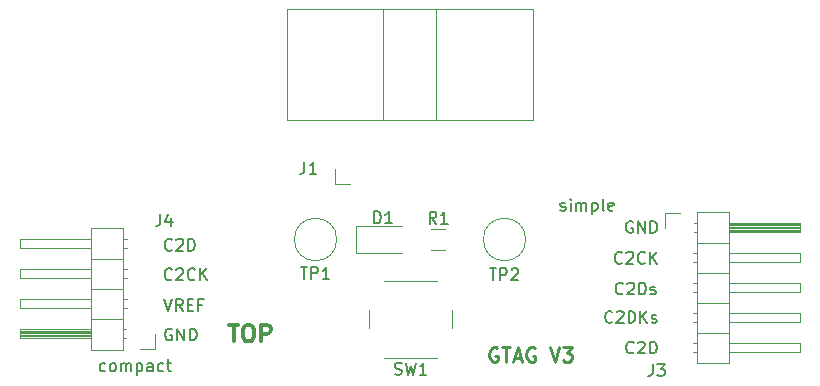
<source format=gbr>
G04 #@! TF.GenerationSoftware,KiCad,Pcbnew,(5.1.4)-1*
G04 #@! TF.CreationDate,2020-01-18T16:32:49+01:00*
G04 #@! TF.ProjectId,project_gtag,70726f6a-6563-4745-9f67-7461672e6b69,V3*
G04 #@! TF.SameCoordinates,PX7735940PY44aa200*
G04 #@! TF.FileFunction,Legend,Top*
G04 #@! TF.FilePolarity,Positive*
%FSLAX46Y46*%
G04 Gerber Fmt 4.6, Leading zero omitted, Abs format (unit mm)*
G04 Created by KiCad (PCBNEW (5.1.4)-1) date 2020-01-18 16:32:49*
%MOMM*%
%LPD*%
G04 APERTURE LIST*
%ADD10C,0.150000*%
%ADD11C,0.250000*%
%ADD12C,0.350000*%
%ADD13C,0.120000*%
G04 APERTURE END LIST*
D10*
X39738095Y-15504761D02*
X39833333Y-15552380D01*
X40023809Y-15552380D01*
X40119047Y-15504761D01*
X40166666Y-15409523D01*
X40166666Y-15361904D01*
X40119047Y-15266666D01*
X40023809Y-15219047D01*
X39880952Y-15219047D01*
X39785714Y-15171428D01*
X39738095Y-15076190D01*
X39738095Y-15028571D01*
X39785714Y-14933333D01*
X39880952Y-14885714D01*
X40023809Y-14885714D01*
X40119047Y-14933333D01*
X40595238Y-15552380D02*
X40595238Y-14885714D01*
X40595238Y-14552380D02*
X40547619Y-14600000D01*
X40595238Y-14647619D01*
X40642857Y-14600000D01*
X40595238Y-14552380D01*
X40595238Y-14647619D01*
X41071428Y-15552380D02*
X41071428Y-14885714D01*
X41071428Y-14980952D02*
X41119047Y-14933333D01*
X41214285Y-14885714D01*
X41357142Y-14885714D01*
X41452380Y-14933333D01*
X41500000Y-15028571D01*
X41500000Y-15552380D01*
X41500000Y-15028571D02*
X41547619Y-14933333D01*
X41642857Y-14885714D01*
X41785714Y-14885714D01*
X41880952Y-14933333D01*
X41928571Y-15028571D01*
X41928571Y-15552380D01*
X42404761Y-14885714D02*
X42404761Y-15885714D01*
X42404761Y-14933333D02*
X42500000Y-14885714D01*
X42690476Y-14885714D01*
X42785714Y-14933333D01*
X42833333Y-14980952D01*
X42880952Y-15076190D01*
X42880952Y-15361904D01*
X42833333Y-15457142D01*
X42785714Y-15504761D01*
X42690476Y-15552380D01*
X42500000Y-15552380D01*
X42404761Y-15504761D01*
X43452380Y-15552380D02*
X43357142Y-15504761D01*
X43309523Y-15409523D01*
X43309523Y-14552380D01*
X44214285Y-15504761D02*
X44119047Y-15552380D01*
X43928571Y-15552380D01*
X43833333Y-15504761D01*
X43785714Y-15409523D01*
X43785714Y-15028571D01*
X43833333Y-14933333D01*
X43928571Y-14885714D01*
X44119047Y-14885714D01*
X44214285Y-14933333D01*
X44261904Y-15028571D01*
X44261904Y-15123809D01*
X43785714Y-15219047D01*
X1200000Y-29104761D02*
X1104761Y-29152380D01*
X914285Y-29152380D01*
X819047Y-29104761D01*
X771428Y-29057142D01*
X723809Y-28961904D01*
X723809Y-28676190D01*
X771428Y-28580952D01*
X819047Y-28533333D01*
X914285Y-28485714D01*
X1104761Y-28485714D01*
X1200000Y-28533333D01*
X1771428Y-29152380D02*
X1676190Y-29104761D01*
X1628571Y-29057142D01*
X1580952Y-28961904D01*
X1580952Y-28676190D01*
X1628571Y-28580952D01*
X1676190Y-28533333D01*
X1771428Y-28485714D01*
X1914285Y-28485714D01*
X2009523Y-28533333D01*
X2057142Y-28580952D01*
X2104761Y-28676190D01*
X2104761Y-28961904D01*
X2057142Y-29057142D01*
X2009523Y-29104761D01*
X1914285Y-29152380D01*
X1771428Y-29152380D01*
X2533333Y-29152380D02*
X2533333Y-28485714D01*
X2533333Y-28580952D02*
X2580952Y-28533333D01*
X2676190Y-28485714D01*
X2819047Y-28485714D01*
X2914285Y-28533333D01*
X2961904Y-28628571D01*
X2961904Y-29152380D01*
X2961904Y-28628571D02*
X3009523Y-28533333D01*
X3104761Y-28485714D01*
X3247619Y-28485714D01*
X3342857Y-28533333D01*
X3390476Y-28628571D01*
X3390476Y-29152380D01*
X3866666Y-28485714D02*
X3866666Y-29485714D01*
X3866666Y-28533333D02*
X3961904Y-28485714D01*
X4152380Y-28485714D01*
X4247619Y-28533333D01*
X4295238Y-28580952D01*
X4342857Y-28676190D01*
X4342857Y-28961904D01*
X4295238Y-29057142D01*
X4247619Y-29104761D01*
X4152380Y-29152380D01*
X3961904Y-29152380D01*
X3866666Y-29104761D01*
X5200000Y-29152380D02*
X5200000Y-28628571D01*
X5152380Y-28533333D01*
X5057142Y-28485714D01*
X4866666Y-28485714D01*
X4771428Y-28533333D01*
X5200000Y-29104761D02*
X5104761Y-29152380D01*
X4866666Y-29152380D01*
X4771428Y-29104761D01*
X4723809Y-29009523D01*
X4723809Y-28914285D01*
X4771428Y-28819047D01*
X4866666Y-28771428D01*
X5104761Y-28771428D01*
X5200000Y-28723809D01*
X6104761Y-29104761D02*
X6009523Y-29152380D01*
X5819047Y-29152380D01*
X5723809Y-29104761D01*
X5676190Y-29057142D01*
X5628571Y-28961904D01*
X5628571Y-28676190D01*
X5676190Y-28580952D01*
X5723809Y-28533333D01*
X5819047Y-28485714D01*
X6009523Y-28485714D01*
X6104761Y-28533333D01*
X6390476Y-28485714D02*
X6771428Y-28485714D01*
X6533333Y-28152380D02*
X6533333Y-29009523D01*
X6580952Y-29104761D01*
X6676190Y-29152380D01*
X6771428Y-29152380D01*
X6833333Y-18857142D02*
X6785714Y-18904761D01*
X6642857Y-18952380D01*
X6547619Y-18952380D01*
X6404761Y-18904761D01*
X6309523Y-18809523D01*
X6261904Y-18714285D01*
X6214285Y-18523809D01*
X6214285Y-18380952D01*
X6261904Y-18190476D01*
X6309523Y-18095238D01*
X6404761Y-18000000D01*
X6547619Y-17952380D01*
X6642857Y-17952380D01*
X6785714Y-18000000D01*
X6833333Y-18047619D01*
X7214285Y-18047619D02*
X7261904Y-18000000D01*
X7357142Y-17952380D01*
X7595238Y-17952380D01*
X7690476Y-18000000D01*
X7738095Y-18047619D01*
X7785714Y-18142857D01*
X7785714Y-18238095D01*
X7738095Y-18380952D01*
X7166666Y-18952380D01*
X7785714Y-18952380D01*
X8214285Y-18952380D02*
X8214285Y-17952380D01*
X8452380Y-17952380D01*
X8595238Y-18000000D01*
X8690476Y-18095238D01*
X8738095Y-18190476D01*
X8785714Y-18380952D01*
X8785714Y-18523809D01*
X8738095Y-18714285D01*
X8690476Y-18809523D01*
X8595238Y-18904761D01*
X8452380Y-18952380D01*
X8214285Y-18952380D01*
X6833333Y-21357142D02*
X6785714Y-21404761D01*
X6642857Y-21452380D01*
X6547619Y-21452380D01*
X6404761Y-21404761D01*
X6309523Y-21309523D01*
X6261904Y-21214285D01*
X6214285Y-21023809D01*
X6214285Y-20880952D01*
X6261904Y-20690476D01*
X6309523Y-20595238D01*
X6404761Y-20500000D01*
X6547619Y-20452380D01*
X6642857Y-20452380D01*
X6785714Y-20500000D01*
X6833333Y-20547619D01*
X7214285Y-20547619D02*
X7261904Y-20500000D01*
X7357142Y-20452380D01*
X7595238Y-20452380D01*
X7690476Y-20500000D01*
X7738095Y-20547619D01*
X7785714Y-20642857D01*
X7785714Y-20738095D01*
X7738095Y-20880952D01*
X7166666Y-21452380D01*
X7785714Y-21452380D01*
X8785714Y-21357142D02*
X8738095Y-21404761D01*
X8595238Y-21452380D01*
X8500000Y-21452380D01*
X8357142Y-21404761D01*
X8261904Y-21309523D01*
X8214285Y-21214285D01*
X8166666Y-21023809D01*
X8166666Y-20880952D01*
X8214285Y-20690476D01*
X8261904Y-20595238D01*
X8357142Y-20500000D01*
X8500000Y-20452380D01*
X8595238Y-20452380D01*
X8738095Y-20500000D01*
X8785714Y-20547619D01*
X9214285Y-21452380D02*
X9214285Y-20452380D01*
X9785714Y-21452380D02*
X9357142Y-20880952D01*
X9785714Y-20452380D02*
X9214285Y-21023809D01*
X6185714Y-23052380D02*
X6519047Y-24052380D01*
X6852380Y-23052380D01*
X7757142Y-24052380D02*
X7423809Y-23576190D01*
X7185714Y-24052380D02*
X7185714Y-23052380D01*
X7566666Y-23052380D01*
X7661904Y-23100000D01*
X7709523Y-23147619D01*
X7757142Y-23242857D01*
X7757142Y-23385714D01*
X7709523Y-23480952D01*
X7661904Y-23528571D01*
X7566666Y-23576190D01*
X7185714Y-23576190D01*
X8185714Y-23528571D02*
X8519047Y-23528571D01*
X8661904Y-24052380D02*
X8185714Y-24052380D01*
X8185714Y-23052380D01*
X8661904Y-23052380D01*
X9423809Y-23528571D02*
X9090476Y-23528571D01*
X9090476Y-24052380D02*
X9090476Y-23052380D01*
X9566666Y-23052380D01*
X6838095Y-25600000D02*
X6742857Y-25552380D01*
X6600000Y-25552380D01*
X6457142Y-25600000D01*
X6361904Y-25695238D01*
X6314285Y-25790476D01*
X6266666Y-25980952D01*
X6266666Y-26123809D01*
X6314285Y-26314285D01*
X6361904Y-26409523D01*
X6457142Y-26504761D01*
X6600000Y-26552380D01*
X6695238Y-26552380D01*
X6838095Y-26504761D01*
X6885714Y-26457142D01*
X6885714Y-26123809D01*
X6695238Y-26123809D01*
X7314285Y-26552380D02*
X7314285Y-25552380D01*
X7885714Y-26552380D01*
X7885714Y-25552380D01*
X8361904Y-26552380D02*
X8361904Y-25552380D01*
X8600000Y-25552380D01*
X8742857Y-25600000D01*
X8838095Y-25695238D01*
X8885714Y-25790476D01*
X8933333Y-25980952D01*
X8933333Y-26123809D01*
X8885714Y-26314285D01*
X8838095Y-26409523D01*
X8742857Y-26504761D01*
X8600000Y-26552380D01*
X8361904Y-26552380D01*
X45933333Y-27557142D02*
X45885714Y-27604761D01*
X45742857Y-27652380D01*
X45647619Y-27652380D01*
X45504761Y-27604761D01*
X45409523Y-27509523D01*
X45361904Y-27414285D01*
X45314285Y-27223809D01*
X45314285Y-27080952D01*
X45361904Y-26890476D01*
X45409523Y-26795238D01*
X45504761Y-26700000D01*
X45647619Y-26652380D01*
X45742857Y-26652380D01*
X45885714Y-26700000D01*
X45933333Y-26747619D01*
X46314285Y-26747619D02*
X46361904Y-26700000D01*
X46457142Y-26652380D01*
X46695238Y-26652380D01*
X46790476Y-26700000D01*
X46838095Y-26747619D01*
X46885714Y-26842857D01*
X46885714Y-26938095D01*
X46838095Y-27080952D01*
X46266666Y-27652380D01*
X46885714Y-27652380D01*
X47314285Y-27652380D02*
X47314285Y-26652380D01*
X47552380Y-26652380D01*
X47695238Y-26700000D01*
X47790476Y-26795238D01*
X47838095Y-26890476D01*
X47885714Y-27080952D01*
X47885714Y-27223809D01*
X47838095Y-27414285D01*
X47790476Y-27509523D01*
X47695238Y-27604761D01*
X47552380Y-27652380D01*
X47314285Y-27652380D01*
X44128571Y-24957142D02*
X44080952Y-25004761D01*
X43938095Y-25052380D01*
X43842857Y-25052380D01*
X43700000Y-25004761D01*
X43604761Y-24909523D01*
X43557142Y-24814285D01*
X43509523Y-24623809D01*
X43509523Y-24480952D01*
X43557142Y-24290476D01*
X43604761Y-24195238D01*
X43700000Y-24100000D01*
X43842857Y-24052380D01*
X43938095Y-24052380D01*
X44080952Y-24100000D01*
X44128571Y-24147619D01*
X44509523Y-24147619D02*
X44557142Y-24100000D01*
X44652380Y-24052380D01*
X44890476Y-24052380D01*
X44985714Y-24100000D01*
X45033333Y-24147619D01*
X45080952Y-24242857D01*
X45080952Y-24338095D01*
X45033333Y-24480952D01*
X44461904Y-25052380D01*
X45080952Y-25052380D01*
X45509523Y-25052380D02*
X45509523Y-24052380D01*
X45747619Y-24052380D01*
X45890476Y-24100000D01*
X45985714Y-24195238D01*
X46033333Y-24290476D01*
X46080952Y-24480952D01*
X46080952Y-24623809D01*
X46033333Y-24814285D01*
X45985714Y-24909523D01*
X45890476Y-25004761D01*
X45747619Y-25052380D01*
X45509523Y-25052380D01*
X46509523Y-25052380D02*
X46509523Y-24052380D01*
X47080952Y-25052380D02*
X46652380Y-24480952D01*
X47080952Y-24052380D02*
X46509523Y-24623809D01*
X47461904Y-25004761D02*
X47557142Y-25052380D01*
X47747619Y-25052380D01*
X47842857Y-25004761D01*
X47890476Y-24909523D01*
X47890476Y-24861904D01*
X47842857Y-24766666D01*
X47747619Y-24719047D01*
X47604761Y-24719047D01*
X47509523Y-24671428D01*
X47461904Y-24576190D01*
X47461904Y-24528571D01*
X47509523Y-24433333D01*
X47604761Y-24385714D01*
X47747619Y-24385714D01*
X47842857Y-24433333D01*
X45028571Y-22557142D02*
X44980952Y-22604761D01*
X44838095Y-22652380D01*
X44742857Y-22652380D01*
X44600000Y-22604761D01*
X44504761Y-22509523D01*
X44457142Y-22414285D01*
X44409523Y-22223809D01*
X44409523Y-22080952D01*
X44457142Y-21890476D01*
X44504761Y-21795238D01*
X44600000Y-21700000D01*
X44742857Y-21652380D01*
X44838095Y-21652380D01*
X44980952Y-21700000D01*
X45028571Y-21747619D01*
X45409523Y-21747619D02*
X45457142Y-21700000D01*
X45552380Y-21652380D01*
X45790476Y-21652380D01*
X45885714Y-21700000D01*
X45933333Y-21747619D01*
X45980952Y-21842857D01*
X45980952Y-21938095D01*
X45933333Y-22080952D01*
X45361904Y-22652380D01*
X45980952Y-22652380D01*
X46409523Y-22652380D02*
X46409523Y-21652380D01*
X46647619Y-21652380D01*
X46790476Y-21700000D01*
X46885714Y-21795238D01*
X46933333Y-21890476D01*
X46980952Y-22080952D01*
X46980952Y-22223809D01*
X46933333Y-22414285D01*
X46885714Y-22509523D01*
X46790476Y-22604761D01*
X46647619Y-22652380D01*
X46409523Y-22652380D01*
X47361904Y-22604761D02*
X47457142Y-22652380D01*
X47647619Y-22652380D01*
X47742857Y-22604761D01*
X47790476Y-22509523D01*
X47790476Y-22461904D01*
X47742857Y-22366666D01*
X47647619Y-22319047D01*
X47504761Y-22319047D01*
X47409523Y-22271428D01*
X47361904Y-22176190D01*
X47361904Y-22128571D01*
X47409523Y-22033333D01*
X47504761Y-21985714D01*
X47647619Y-21985714D01*
X47742857Y-22033333D01*
X44933333Y-19957142D02*
X44885714Y-20004761D01*
X44742857Y-20052380D01*
X44647619Y-20052380D01*
X44504761Y-20004761D01*
X44409523Y-19909523D01*
X44361904Y-19814285D01*
X44314285Y-19623809D01*
X44314285Y-19480952D01*
X44361904Y-19290476D01*
X44409523Y-19195238D01*
X44504761Y-19100000D01*
X44647619Y-19052380D01*
X44742857Y-19052380D01*
X44885714Y-19100000D01*
X44933333Y-19147619D01*
X45314285Y-19147619D02*
X45361904Y-19100000D01*
X45457142Y-19052380D01*
X45695238Y-19052380D01*
X45790476Y-19100000D01*
X45838095Y-19147619D01*
X45885714Y-19242857D01*
X45885714Y-19338095D01*
X45838095Y-19480952D01*
X45266666Y-20052380D01*
X45885714Y-20052380D01*
X46885714Y-19957142D02*
X46838095Y-20004761D01*
X46695238Y-20052380D01*
X46600000Y-20052380D01*
X46457142Y-20004761D01*
X46361904Y-19909523D01*
X46314285Y-19814285D01*
X46266666Y-19623809D01*
X46266666Y-19480952D01*
X46314285Y-19290476D01*
X46361904Y-19195238D01*
X46457142Y-19100000D01*
X46600000Y-19052380D01*
X46695238Y-19052380D01*
X46838095Y-19100000D01*
X46885714Y-19147619D01*
X47314285Y-20052380D02*
X47314285Y-19052380D01*
X47885714Y-20052380D02*
X47457142Y-19480952D01*
X47885714Y-19052380D02*
X47314285Y-19623809D01*
X45838095Y-16500000D02*
X45742857Y-16452380D01*
X45600000Y-16452380D01*
X45457142Y-16500000D01*
X45361904Y-16595238D01*
X45314285Y-16690476D01*
X45266666Y-16880952D01*
X45266666Y-17023809D01*
X45314285Y-17214285D01*
X45361904Y-17309523D01*
X45457142Y-17404761D01*
X45600000Y-17452380D01*
X45695238Y-17452380D01*
X45838095Y-17404761D01*
X45885714Y-17357142D01*
X45885714Y-17023809D01*
X45695238Y-17023809D01*
X46314285Y-17452380D02*
X46314285Y-16452380D01*
X46885714Y-17452380D01*
X46885714Y-16452380D01*
X47361904Y-17452380D02*
X47361904Y-16452380D01*
X47600000Y-16452380D01*
X47742857Y-16500000D01*
X47838095Y-16595238D01*
X47885714Y-16690476D01*
X47933333Y-16880952D01*
X47933333Y-17023809D01*
X47885714Y-17214285D01*
X47838095Y-17309523D01*
X47742857Y-17404761D01*
X47600000Y-17452380D01*
X47361904Y-17452380D01*
D11*
X34400000Y-27200000D02*
X34285714Y-27142857D01*
X34114285Y-27142857D01*
X33942857Y-27200000D01*
X33828571Y-27314285D01*
X33771428Y-27428571D01*
X33714285Y-27657142D01*
X33714285Y-27828571D01*
X33771428Y-28057142D01*
X33828571Y-28171428D01*
X33942857Y-28285714D01*
X34114285Y-28342857D01*
X34228571Y-28342857D01*
X34400000Y-28285714D01*
X34457142Y-28228571D01*
X34457142Y-27828571D01*
X34228571Y-27828571D01*
X34800000Y-27142857D02*
X35485714Y-27142857D01*
X35142857Y-28342857D02*
X35142857Y-27142857D01*
X35828571Y-28000000D02*
X36400000Y-28000000D01*
X35714285Y-28342857D02*
X36114285Y-27142857D01*
X36514285Y-28342857D01*
X37542857Y-27200000D02*
X37428571Y-27142857D01*
X37257142Y-27142857D01*
X37085714Y-27200000D01*
X36971428Y-27314285D01*
X36914285Y-27428571D01*
X36857142Y-27657142D01*
X36857142Y-27828571D01*
X36914285Y-28057142D01*
X36971428Y-28171428D01*
X37085714Y-28285714D01*
X37257142Y-28342857D01*
X37371428Y-28342857D01*
X37542857Y-28285714D01*
X37600000Y-28228571D01*
X37600000Y-27828571D01*
X37371428Y-27828571D01*
X38857142Y-27142857D02*
X39257142Y-28342857D01*
X39657142Y-27142857D01*
X39942857Y-27142857D02*
X40685714Y-27142857D01*
X40285714Y-27600000D01*
X40457142Y-27600000D01*
X40571428Y-27657142D01*
X40628571Y-27714285D01*
X40685714Y-27828571D01*
X40685714Y-28114285D01*
X40628571Y-28228571D01*
X40571428Y-28285714D01*
X40457142Y-28342857D01*
X40114285Y-28342857D01*
X40000000Y-28285714D01*
X39942857Y-28228571D01*
D12*
X11666666Y-25233333D02*
X12466666Y-25233333D01*
X12066666Y-26633333D02*
X12066666Y-25233333D01*
X13200000Y-25233333D02*
X13466666Y-25233333D01*
X13600000Y-25300000D01*
X13733333Y-25433333D01*
X13800000Y-25700000D01*
X13800000Y-26166666D01*
X13733333Y-26433333D01*
X13600000Y-26566666D01*
X13466666Y-26633333D01*
X13200000Y-26633333D01*
X13066666Y-26566666D01*
X12933333Y-26433333D01*
X12866666Y-26166666D01*
X12866666Y-25700000D01*
X12933333Y-25433333D01*
X13066666Y-25300000D01*
X13200000Y-25233333D01*
X14400000Y-26633333D02*
X14400000Y-25233333D01*
X14933333Y-25233333D01*
X15066666Y-25300000D01*
X15133333Y-25366666D01*
X15200000Y-25500000D01*
X15200000Y-25700000D01*
X15133333Y-25833333D01*
X15066666Y-25900000D01*
X14933333Y-25966666D01*
X14400000Y-25966666D01*
D13*
X26300000Y-16865000D02*
X22415000Y-16865000D01*
X22415000Y-16865000D02*
X22415000Y-19135000D01*
X22415000Y-19135000D02*
X26300000Y-19135000D01*
X51340000Y-15670000D02*
X51340000Y-28490000D01*
X51340000Y-28490000D02*
X54000000Y-28490000D01*
X54000000Y-28490000D02*
X54000000Y-15670000D01*
X54000000Y-15670000D02*
X51340000Y-15670000D01*
X54000000Y-16620000D02*
X60000000Y-16620000D01*
X60000000Y-16620000D02*
X60000000Y-17380000D01*
X60000000Y-17380000D02*
X54000000Y-17380000D01*
X54000000Y-16680000D02*
X60000000Y-16680000D01*
X54000000Y-16800000D02*
X60000000Y-16800000D01*
X54000000Y-16920000D02*
X60000000Y-16920000D01*
X54000000Y-17040000D02*
X60000000Y-17040000D01*
X54000000Y-17160000D02*
X60000000Y-17160000D01*
X54000000Y-17280000D02*
X60000000Y-17280000D01*
X51010000Y-16620000D02*
X51340000Y-16620000D01*
X51010000Y-17380000D02*
X51340000Y-17380000D01*
X51340000Y-18270000D02*
X54000000Y-18270000D01*
X54000000Y-19160000D02*
X60000000Y-19160000D01*
X60000000Y-19160000D02*
X60000000Y-19920000D01*
X60000000Y-19920000D02*
X54000000Y-19920000D01*
X50942929Y-19160000D02*
X51340000Y-19160000D01*
X50942929Y-19920000D02*
X51340000Y-19920000D01*
X51340000Y-20810000D02*
X54000000Y-20810000D01*
X54000000Y-21700000D02*
X60000000Y-21700000D01*
X60000000Y-21700000D02*
X60000000Y-22460000D01*
X60000000Y-22460000D02*
X54000000Y-22460000D01*
X50942929Y-21700000D02*
X51340000Y-21700000D01*
X50942929Y-22460000D02*
X51340000Y-22460000D01*
X51340000Y-23350000D02*
X54000000Y-23350000D01*
X54000000Y-24240000D02*
X60000000Y-24240000D01*
X60000000Y-24240000D02*
X60000000Y-25000000D01*
X60000000Y-25000000D02*
X54000000Y-25000000D01*
X50942929Y-24240000D02*
X51340000Y-24240000D01*
X50942929Y-25000000D02*
X51340000Y-25000000D01*
X51340000Y-25890000D02*
X54000000Y-25890000D01*
X54000000Y-26780000D02*
X60000000Y-26780000D01*
X60000000Y-26780000D02*
X60000000Y-27540000D01*
X60000000Y-27540000D02*
X54000000Y-27540000D01*
X50942929Y-26780000D02*
X51340000Y-26780000D01*
X50942929Y-27540000D02*
X51340000Y-27540000D01*
X48630000Y-17000000D02*
X48630000Y-15730000D01*
X48630000Y-15730000D02*
X49900000Y-15730000D01*
X2660000Y-27330000D02*
X2660000Y-17050000D01*
X2660000Y-17050000D02*
X0Y-17050000D01*
X0Y-17050000D02*
X0Y-27330000D01*
X0Y-27330000D02*
X2660000Y-27330000D01*
X0Y-26380000D02*
X-6000000Y-26380000D01*
X-6000000Y-26380000D02*
X-6000000Y-25620000D01*
X-6000000Y-25620000D02*
X0Y-25620000D01*
X0Y-26320000D02*
X-6000000Y-26320000D01*
X0Y-26200000D02*
X-6000000Y-26200000D01*
X0Y-26080000D02*
X-6000000Y-26080000D01*
X0Y-25960000D02*
X-6000000Y-25960000D01*
X0Y-25840000D02*
X-6000000Y-25840000D01*
X0Y-25720000D02*
X-6000000Y-25720000D01*
X2990000Y-26380000D02*
X2660000Y-26380000D01*
X2990000Y-25620000D02*
X2660000Y-25620000D01*
X2660000Y-24730000D02*
X0Y-24730000D01*
X0Y-23840000D02*
X-6000000Y-23840000D01*
X-6000000Y-23840000D02*
X-6000000Y-23080000D01*
X-6000000Y-23080000D02*
X0Y-23080000D01*
X3057071Y-23840000D02*
X2660000Y-23840000D01*
X3057071Y-23080000D02*
X2660000Y-23080000D01*
X2660000Y-22190000D02*
X0Y-22190000D01*
X0Y-21300000D02*
X-6000000Y-21300000D01*
X-6000000Y-21300000D02*
X-6000000Y-20540000D01*
X-6000000Y-20540000D02*
X0Y-20540000D01*
X3057071Y-21300000D02*
X2660000Y-21300000D01*
X3057071Y-20540000D02*
X2660000Y-20540000D01*
X2660000Y-19650000D02*
X0Y-19650000D01*
X0Y-18760000D02*
X-6000000Y-18760000D01*
X-6000000Y-18760000D02*
X-6000000Y-18000000D01*
X-6000000Y-18000000D02*
X0Y-18000000D01*
X3057071Y-18760000D02*
X2660000Y-18760000D01*
X3057071Y-18000000D02*
X2660000Y-18000000D01*
X5370000Y-26000000D02*
X5370000Y-27270000D01*
X5370000Y-27270000D02*
X4100000Y-27270000D01*
X30002064Y-18910000D02*
X28797936Y-18910000D01*
X30002064Y-17090000D02*
X28797936Y-17090000D01*
X29300000Y-21500000D02*
X24800000Y-21500000D01*
X30550000Y-25500000D02*
X30550000Y-24000000D01*
X24800000Y-28000000D02*
X29300000Y-28000000D01*
X23550000Y-24000000D02*
X23550000Y-25500000D01*
X20800000Y-18000000D02*
G75*
G03X20800000Y-18000000I-1800000J0D01*
G01*
X36800000Y-18000000D02*
G75*
G03X36800000Y-18000000I-1800000J0D01*
G01*
X20630000Y-13270000D02*
X21900000Y-13270000D01*
X20630000Y-12000000D02*
X20630000Y-13270000D01*
X16550000Y1480000D02*
X37410000Y1480000D01*
X16550000Y-7870000D02*
X16550000Y1480000D01*
X37410000Y-7870000D02*
X37410000Y1480000D01*
X37410000Y-7870000D02*
X16550000Y-7870000D01*
X24730000Y-7870000D02*
X24730000Y1480000D01*
X29230000Y-7870000D02*
X29230000Y1480000D01*
D10*
X23961904Y-16632380D02*
X23961904Y-15632380D01*
X24200000Y-15632380D01*
X24342857Y-15680000D01*
X24438095Y-15775238D01*
X24485714Y-15870476D01*
X24533333Y-16060952D01*
X24533333Y-16203809D01*
X24485714Y-16394285D01*
X24438095Y-16489523D01*
X24342857Y-16584761D01*
X24200000Y-16632380D01*
X23961904Y-16632380D01*
X25485714Y-16632380D02*
X24914285Y-16632380D01*
X25200000Y-16632380D02*
X25200000Y-15632380D01*
X25104761Y-15775238D01*
X25009523Y-15870476D01*
X24914285Y-15918095D01*
X47566666Y-28552380D02*
X47566666Y-29266666D01*
X47519047Y-29409523D01*
X47423809Y-29504761D01*
X47280952Y-29552380D01*
X47185714Y-29552380D01*
X47947619Y-28552380D02*
X48566666Y-28552380D01*
X48233333Y-28933333D01*
X48376190Y-28933333D01*
X48471428Y-28980952D01*
X48519047Y-29028571D01*
X48566666Y-29123809D01*
X48566666Y-29361904D01*
X48519047Y-29457142D01*
X48471428Y-29504761D01*
X48376190Y-29552380D01*
X48090476Y-29552380D01*
X47995238Y-29504761D01*
X47947619Y-29457142D01*
X5866666Y-15852380D02*
X5866666Y-16566666D01*
X5819047Y-16709523D01*
X5723809Y-16804761D01*
X5580952Y-16852380D01*
X5485714Y-16852380D01*
X6771428Y-16185714D02*
X6771428Y-16852380D01*
X6533333Y-15804761D02*
X6295238Y-16519047D01*
X6914285Y-16519047D01*
X29233333Y-16652380D02*
X28900000Y-16176190D01*
X28661904Y-16652380D02*
X28661904Y-15652380D01*
X29042857Y-15652380D01*
X29138095Y-15700000D01*
X29185714Y-15747619D01*
X29233333Y-15842857D01*
X29233333Y-15985714D01*
X29185714Y-16080952D01*
X29138095Y-16128571D01*
X29042857Y-16176190D01*
X28661904Y-16176190D01*
X30185714Y-16652380D02*
X29614285Y-16652380D01*
X29900000Y-16652380D02*
X29900000Y-15652380D01*
X29804761Y-15795238D01*
X29709523Y-15890476D01*
X29614285Y-15938095D01*
X25716666Y-29404761D02*
X25859523Y-29452380D01*
X26097619Y-29452380D01*
X26192857Y-29404761D01*
X26240476Y-29357142D01*
X26288095Y-29261904D01*
X26288095Y-29166666D01*
X26240476Y-29071428D01*
X26192857Y-29023809D01*
X26097619Y-28976190D01*
X25907142Y-28928571D01*
X25811904Y-28880952D01*
X25764285Y-28833333D01*
X25716666Y-28738095D01*
X25716666Y-28642857D01*
X25764285Y-28547619D01*
X25811904Y-28500000D01*
X25907142Y-28452380D01*
X26145238Y-28452380D01*
X26288095Y-28500000D01*
X26621428Y-28452380D02*
X26859523Y-29452380D01*
X27050000Y-28738095D01*
X27240476Y-29452380D01*
X27478571Y-28452380D01*
X28383333Y-29452380D02*
X27811904Y-29452380D01*
X28097619Y-29452380D02*
X28097619Y-28452380D01*
X28002380Y-28595238D01*
X27907142Y-28690476D01*
X27811904Y-28738095D01*
X17738095Y-20352380D02*
X18309523Y-20352380D01*
X18023809Y-21352380D02*
X18023809Y-20352380D01*
X18642857Y-21352380D02*
X18642857Y-20352380D01*
X19023809Y-20352380D01*
X19119047Y-20400000D01*
X19166666Y-20447619D01*
X19214285Y-20542857D01*
X19214285Y-20685714D01*
X19166666Y-20780952D01*
X19119047Y-20828571D01*
X19023809Y-20876190D01*
X18642857Y-20876190D01*
X20166666Y-21352380D02*
X19595238Y-21352380D01*
X19880952Y-21352380D02*
X19880952Y-20352380D01*
X19785714Y-20495238D01*
X19690476Y-20590476D01*
X19595238Y-20638095D01*
X33738095Y-20452380D02*
X34309523Y-20452380D01*
X34023809Y-21452380D02*
X34023809Y-20452380D01*
X34642857Y-21452380D02*
X34642857Y-20452380D01*
X35023809Y-20452380D01*
X35119047Y-20500000D01*
X35166666Y-20547619D01*
X35214285Y-20642857D01*
X35214285Y-20785714D01*
X35166666Y-20880952D01*
X35119047Y-20928571D01*
X35023809Y-20976190D01*
X34642857Y-20976190D01*
X35595238Y-20547619D02*
X35642857Y-20500000D01*
X35738095Y-20452380D01*
X35976190Y-20452380D01*
X36071428Y-20500000D01*
X36119047Y-20547619D01*
X36166666Y-20642857D01*
X36166666Y-20738095D01*
X36119047Y-20880952D01*
X35547619Y-21452380D01*
X36166666Y-21452380D01*
X18066666Y-11452380D02*
X18066666Y-12166666D01*
X18019047Y-12309523D01*
X17923809Y-12404761D01*
X17780952Y-12452380D01*
X17685714Y-12452380D01*
X19066666Y-12452380D02*
X18495238Y-12452380D01*
X18780952Y-12452380D02*
X18780952Y-11452380D01*
X18685714Y-11595238D01*
X18590476Y-11690476D01*
X18495238Y-11738095D01*
M02*

</source>
